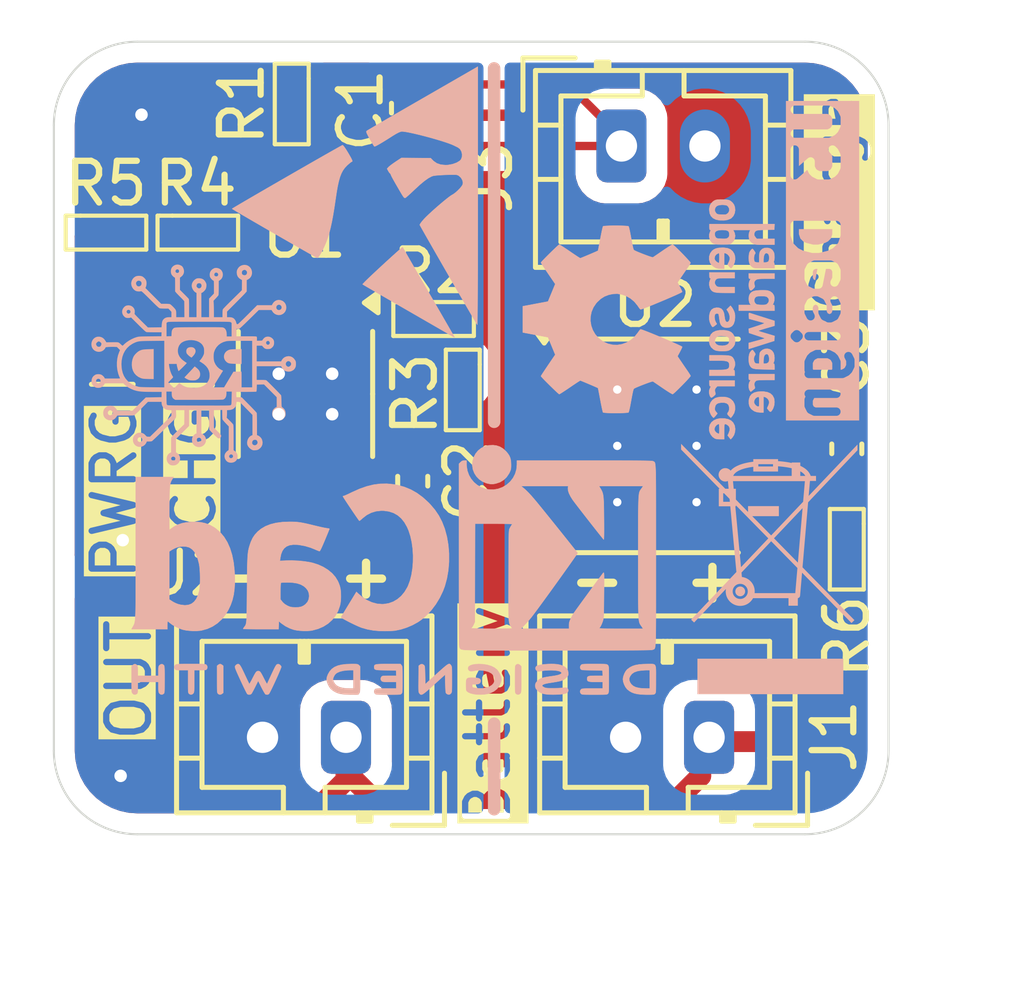
<source format=kicad_pcb>
(kicad_pcb (version 20241229) (generator "pcbnew") (generator_version "9.0")
  (title_block (title "U3 LiPo Charging Circuit") (date "2025-08-11") (rev "v1.0") (company "AIO") (comment 1 "This circuit is Design By Eng Mohamed Yousry"))
  (layers (0 "F.Cu" signal) (2 "B.Cu" signal) (13 "F.Paste" user) (15 "B.Paste" user) (5 "F.SilkS" user "F.Silkscreen") (7 "B.SilkS" user "B.Silkscreen") (1 "F.Mask" user) (3 "B.Mask" user) (25 "Edge.Cuts" user))
  (net 0 "")
  (net 1 "+5V")
  (net 2 "GNDD")
  (net 3 "+BATT")
  (net 4 "Net-(U2-VDD)")
  (net 5 "-BATT")
  (net 6 "Net-(D1-A)")
  (net 7 "Net-(D1-K)")
  (net 8 "Net-(D2-K)")
  (net 9 "Net-(D2-A)")
  (net 10 "Net-(U1-PRETERM)")
  (net 11 "Net-(U1-ISET)")
  (net 12 "Net-(U1-TS)")
  (footprint "PCM_Resistor_SMD_AKL:R_0201_0603Metric_Pad0.64x0.40mm_HandSolder" (layer "F.Cu") (at 89.5 53.667508 -90)
    (property "Reference" "R6" (at 2.0925 0 90) (layer "F.SilkS"))
    (property "Value" "1k")
    (pad "1" smd roundrect (at -0.4075 0 270) (size 0.635 0.4) (layers "F.Cu" "F.Mask") (net 4 "Net-(U2-VDD)"))
    (pad "2" smd roundrect (at 0.4075 0 270) (size 0.635 0.4) (layers "F.Cu" "F.Mask") (net 3 "+BATT"))
  )
  (footprint "PCM_Resistor_SMD_AKL:R_0201_0603Metric_Pad0.64x0.40mm_HandSolder" (layer "F.Cu") (at 76.2 42.9925 -90)
    (property "Reference" "R1" (at -0.0075 1.2 90) (layer "F.SilkS"))
    (property "Value" "1k")
    (pad "1" smd roundrect (at -0.4075 0 270) (size 0.635 0.4) (layers "F.Cu" "F.Mask") (net 10 "Net-(U1-PRETERM)"))
    (pad "2" smd roundrect (at 0.4075 0 270) (size 0.635 0.4) (layers "F.Cu" "F.Mask") (net 2 "GNDD"))
  )
  (footprint "Connector_JST:JST_PH_B2B-PH-K_1x02_P2.00mm_Vertical" (layer "F.Cu") (at 84.1 44)
    (property "Reference" "J3" (at -3.15 0.75 90) (layer "F.SilkS"))
    (property "Value" "Charger_conn")
    (pad "1" thru_hole roundrect (at 0 0) (size 1.2 1.75) (drill 0.75) (layers "*.Cu" "*.Mask") (roundrect_rratio 0.208333) (net 1 "+5V"))
    (pad "2" thru_hole oval (at 2 0) (size 1.2 1.75) (drill 0.75) (layers "*.Cu" "*.Mask") (net 2 "GNDD"))
  )
  (footprint "PCM_Resistor_SMD_AKL:R_0201_0603Metric_Pad0.64x0.40mm_HandSolder" (layer "F.Cu") (at 71.749408 46.077219)
    (property "Reference" "R5" (at 0 -1.177219 0) (layer "F.SilkS"))
    (property "Value" "1k5")
    (pad "1" smd roundrect (at -0.4075 0) (size 0.635 0.4) (layers "F.Cu" "F.Mask") (net 3 "+BATT"))
    (pad "2" smd roundrect (at 0.4075 0) (size 0.635 0.4) (layers "F.Cu" "F.Mask") (net 9 "Net-(D2-A)"))
  )
  (footprint "Package_SO:HVSSOP-10-1EP_3x3mm_P0.5mm_EP1.57x1.88mm_ThermalVias" (layer "F.Cu") (at 76.528867 49.945281 -90)
    (property "Reference" "U1" (at -3.795281 0.028867 0) (layer "F.SilkS"))
    (property "Value" "BQ24090DGQ")
    (pad "1" smd roundrect (at -2.15 -1 270) (size 1.45 0.3) (layers "F.Cu" "F.Mask" "F.Paste") (net 1 "+5V"))
    (pad "2" smd roundrect (at -2.15 -0.5 270) (size 1.45 0.3) (layers "F.Cu" "F.Mask" "F.Paste") (net 11 "Net-(U1-ISET)"))
    (pad "3" smd roundrect (at -2.15 0 270) (size 1.45 0.3) (layers "F.Cu" "F.Mask" "F.Paste") (net 2 "GNDD"))
    (pad "4" smd roundrect (at -2.15 0.5 270) (size 1.45 0.3) (layers "F.Cu" "F.Mask" "F.Paste") (net 10 "Net-(U1-PRETERM)"))
    (pad "5" smd roundrect (at -2.15 1 270) (size 1.45 0.3) (layers "F.Cu" "F.Mask" "F.Paste") (net 8 "Net-(D2-K)"))
    (pad "6" smd roundrect (at 2.15 1 270) (size 1.45 0.3) (layers "F.Cu" "F.Mask" "F.Paste"))
    (pad "7" smd roundrect (at 2.15 0.5 270) (size 1.45 0.3) (layers "F.Cu" "F.Mask" "F.Paste") (net 2 "GNDD"))
    (pad "8" smd roundrect (at 2.15 0 270) (size 1.45 0.3) (layers "F.Cu" "F.Mask" "F.Paste") (net 7 "Net-(D1-K)"))
    (pad "9" smd roundrect (at 2.15 -0.5 270) (size 1.45 0.3) (layers "F.Cu" "F.Mask" "F.Paste") (net 12 "Net-(U1-TS)"))
    (pad "10" smd roundrect (at 2.15 -1 270) (size 1.45 0.3) (layers "F.Cu" "F.Mask" "F.Paste") (net 3 "+BATT"))
    (pad "11" thru_hole circle (at -0.485 -0.64 270) (size 0.6 0.6) (drill 0.3) (property pad_prop_heatsink) (layers "*.Cu") (net 2 "GNDD"))
    (pad "11" thru_hole circle (at -0.485 0.64 270) (size 0.6 0.6) (drill 0.3) (property pad_prop_heatsink) (layers "*.Cu") (net 2 "GNDD"))
    (pad "11" smd rect (at 0 0 270) (size 1.57 1.88) (property pad_prop_heatsink) (layers "F.Cu" "F.Mask") (net 2 "GNDD"))
    (pad "11" smd rect (at 0 0 270) (size 1.57 1.88) (property pad_prop_heatsink) (layers "B.Cu") (net 2 "GNDD"))
    (pad "11" thru_hole circle (at 0.485 -0.64 270) (size 0.6 0.6) (drill 0.3) (property pad_prop_heatsink) (layers "*.Cu") (net 2 "GNDD"))
    (pad "11" thru_hole circle (at 0.485 0.64 270) (size 0.6 0.6) (drill 0.3) (property pad_prop_heatsink) (layers "*.Cu") (net 2 "GNDD"))
  )
  (footprint "SparkFun-LED:LED_0603_1608Metric_Green" (layer "F.Cu") (at 71.9 48.3125 90)
    (property "Reference" "D2")
    (property "Value" "Green")
    (pad "1" smd roundrect (at -0.7875 0 90) (size 0.875 0.95) (layers "F.Cu" "F.Mask" "F.Paste") (net 8 "Net-(D2-K)"))
    (pad "2" smd roundrect (at 0.7875 0 90) (size 0.875 0.95) (layers "F.Cu" "F.Mask" "F.Paste") (net 9 "Net-(D2-A)"))
  )
  (footprint "SparkFun-LED:LED_0603_1608Metric_Red" (layer "F.Cu") (at 73.8 48.335281 90)
    (property "Reference" "D1")
    (property "Value" "Red")
    (pad "1" smd roundrect (at -0.7875 0 90) (size 0.875 0.95) (layers "F.Cu" "F.Mask" "F.Paste") (net 7 "Net-(D1-K)"))
    (pad "2" smd roundrect (at 0.7875 0 90) (size 0.875 0.95) (layers "F.Cu" "F.Mask" "F.Paste") (net 6 "Net-(D1-A)"))
  )
  (footprint "PCM_Resistor_SMD_AKL:R_0201_0603Metric_Pad0.64x0.40mm_HandSolder" (layer "F.Cu") (at 79.598867 48.147781)
    (property "Reference" "R2" (at 0.001133 -1.147781 0) (layer "F.SilkS"))
    (property "Value" "536R")
    (pad "1" smd roundrect (at -0.4075 0) (size 0.635 0.4) (layers "F.Cu" "F.Mask") (net 11 "Net-(U1-ISET)"))
    (pad "2" smd roundrect (at 0.4075 0) (size 0.635 0.4) (layers "F.Cu" "F.Mask") (net 2 "GNDD"))
  )
  (footprint "PCM_Resistor_SMD_AKL:R_0201_0603Metric_Pad0.64x0.40mm_HandSolder" (layer "F.Cu") (at 80.298867 49.847781 -90)
    (property "Reference" "R3" (at 0.1 1.15 90) (layer "F.SilkS"))
    (property "Value" "10k")
    (pad "1" smd roundrect (at -0.4075 0 270) (size 0.635 0.4) (layers "F.Cu" "F.Mask") (net 12 "Net-(U1-TS)"))
    (pad "2" smd roundrect (at 0.4075 0 270) (size 0.635 0.4) (layers "F.Cu" "F.Mask") (net 2 "GNDD"))
  )
  (footprint "Capacitor_SMD:C_0402_1005Metric_Pad0.74x0.62mm_HandSolder" (layer "F.Cu") (at 79.098867 52.035281 90)
    (property "Reference" "C2" (at 0 1.3 90) (layer "F.SilkS"))
    (property "Value" "10uF")
    (pad "1" smd roundrect (at -0.5675 0 90) (size 0.735 0.62) (layers "F.Cu" "F.Mask" "F.Paste") (net 3 "+BATT"))
    (pad "2" smd roundrect (at 0.5675 0 90) (size 0.735 0.62) (layers "F.Cu" "F.Mask" "F.Paste") (net 2 "GNDD"))
  )
  (footprint "Connector_JST:JST_PH_B2B-PH-K_1x02_P2.00mm_Vertical" (layer "F.Cu") (at 77.5 58.175931 180)
    (property "Reference" "J2" (at 3.65 3.928999 0) (layer "F.SilkS"))
    (property "Value" "Battery_conn_out")
    (pad "1" thru_hole roundrect (at 0 0 180) (size 1.2 1.75) (drill 0.75) (layers "*.Cu" "*.Mask") (roundrect_rratio 0.208333) (net 3 "+BATT"))
    (pad "2" thru_hole oval (at 2 0 180) (size 1.2 1.75) (drill 0.75) (layers "*.Cu" "*.Mask") (net 2 "GNDD"))
  )
  (footprint "Capacitor_SMD:C_0402_1005Metric_Pad0.74x0.62mm_HandSolder" (layer "F.Cu") (at 78.95 43.0923 -90)
    (property "Reference" "C1" (at 0.05 1.1 90) (layer "F.SilkS"))
    (property "Value" "10uF")
    (pad "1" smd roundrect (at -0.5675 0 270) (size 0.735 0.62) (layers "F.Cu" "F.Mask" "F.Paste") (net 1 "+5V"))
    (pad "2" smd roundrect (at 0.5675 0 270) (size 0.735 0.62) (layers "F.Cu" "F.Mask" "F.Paste") (net 2 "GNDD"))
  )
  (footprint "Package_SO:HTSOP-8-1EP_3.9x4.9mm_P1.27mm_EP2.4x3.2mm_ThermalVias" (layer "F.Cu") (at 84.95 51.189007)
    (property "Reference" "U2" (at -0.05 -3.378999 0) (layer "F.SilkS"))
    (property "Value" "XB8089D")
    (pad "1" smd roundrect (at -2.65 -1.905) (size 1.6 0.6) (layers "F.Cu" "F.Mask" "F.Paste") (net 2 "GNDD"))
    (pad "2" smd roundrect (at -2.65 -0.635) (size 1.6 0.6) (layers "F.Cu" "F.Mask" "F.Paste") (net 2 "GNDD"))
    (pad "3" smd roundrect (at -2.65 0.635) (size 1.6 0.6) (layers "F.Cu" "F.Mask" "F.Paste") (net 2 "GNDD"))
    (pad "4" smd roundrect (at -2.65 1.905) (size 1.6 0.6) (layers "F.Cu" "F.Mask" "F.Paste") (net 2 "GNDD"))
    (pad "5" smd roundrect (at 2.65 1.905) (size 1.6 0.6) (layers "F.Cu" "F.Mask" "F.Paste") (net 5 "-BATT"))
    (pad "6" smd roundrect (at 2.65 0.635) (size 1.6 0.6) (layers "F.Cu" "F.Mask" "F.Paste") (net 4 "Net-(U2-VDD)"))
    (pad "7" smd roundrect (at 2.65 -0.635) (size 1.6 0.6) (layers "F.Cu" "F.Mask" "F.Paste") (net 5 "-BATT"))
    (pad "8" smd roundrect (at 2.65 -1.905) (size 1.6 0.6) (layers "F.Cu" "F.Mask" "F.Paste") (net 5 "-BATT"))
    (pad "9" thru_hole circle (at -0.95 -1.35) (size 0.5 0.5) (drill 0.2) (property pad_prop_heatsink) (layers "*.Cu") (net 5 "-BATT"))
    (pad "9" thru_hole circle (at -0.95 0) (size 0.5 0.5) (drill 0.2) (property pad_prop_heatsink) (layers "*.Cu") (net 5 "-BATT"))
    (pad "9" thru_hole circle (at -0.95 1.35) (size 0.5 0.5) (drill 0.2) (property pad_prop_heatsink) (layers "*.Cu") (net 5 "-BATT"))
    (pad "9" smd rect (at 0 0) (size 2.4 3.2) (property pad_prop_heatsink) (layers "F.Cu" "F.Mask") (net 5 "-BATT"))
    (pad "9" smd rect (at 0 0) (size 2.4 3.2) (property pad_prop_heatsink) (layers "B.Cu") (net 5 "-BATT"))
    (pad "9" thru_hole circle (at 0.95 -1.35) (size 0.5 0.5) (drill 0.2) (property pad_prop_heatsink) (layers "*.Cu") (net 5 "-BATT"))
    (pad "9" thru_hole circle (at 0.95 0) (size 0.5 0.5) (drill 0.2) (property pad_prop_heatsink) (layers "*.Cu") (net 5 "-BATT"))
    (pad "9" thru_hole circle (at 0.95 1.35) (size 0.5 0.5) (drill 0.2) (property pad_prop_heatsink) (layers "*.Cu") (net 5 "-BATT"))
  )
  (footprint "Connector_JST:JST_PH_B2B-PH-K_1x02_P2.00mm_Vertical" (layer "F.Cu") (at 86.2 58.175931 180)
    (property "Reference" "J1" (at -3 0.025931 270) (layer "F.SilkS"))
    (property "Value" "Battery_conn_in")
    (pad "1" thru_hole roundrect (at 0 0 180) (size 1.2 1.75) (drill 0.75) (layers "*.Cu" "*.Mask") (roundrect_rratio 0.208333) (net 3 "+BATT"))
    (pad "2" thru_hole oval (at 2 0 180) (size 1.2 1.75) (drill 0.75) (layers "*.Cu" "*.Mask") (net 5 "-BATT"))
  )
  (footprint "PCM_Resistor_SMD_AKL:R_0201_0603Metric_Pad0.64x0.40mm_HandSolder" (layer "F.Cu") (at 73.949408 46.077219)
    (property "Reference" "R4" (at -0.05 -1.177219 0) (layer "F.SilkS"))
    (property "Value" "1k5")
    (pad "1" smd roundrect (at -0.4075 0) (size 0.635 0.4) (layers "F.Cu" "F.Mask") (net 3 "+BATT"))
    (pad "2" smd roundrect (at 0.4075 0) (size 0.635 0.4) (layers "F.Cu" "F.Mask") (net 6 "Net-(D1-A)"))
  )
  (footprint "Capacitor_SMD:C_0402_1005Metric_Pad0.74x0.62mm_HandSolder" (layer "F.Cu") (at 89.5 51.260008 90)
    (property "Reference" "C3" (at 2.2 0 270) (layer "F.SilkS"))
    (property "Value" "10uF")
    (pad "1" smd roundrect (at -0.5675 0 90) (size 0.735 0.62) (layers "F.Cu" "F.Mask" "F.Paste") (net 4 "Net-(U2-VDD)"))
    (pad "2" smd roundrect (at 0.5675 0 90) (size 0.735 0.62) (layers "F.Cu" "F.Mask" "F.Paste") (net 5 "-BATT"))
  )
  (footprint "Symbol:KiCad-Logo2_5mm_SilkScreen" (layer "B.Cu") (at 78.65 54.15 180)
    (property "Reference" "REF**" (hide yes))
    (property "Value" "KiCad-Logo2_5mm_SilkScreen" (hide yes))
  )
  (footprint "LOGO" (layer "B.Cu") (at 73.795193 49.491638 180)
    (property "Reference" "G***" (hide yes))
    (property "Value" "LOGO" (hide yes))
  )
  (footprint "Symbol:WEEE-Logo_4.2x6mm_SilkScreen" (layer "B.Cu") (at 87.65 54.15 180)
    (property "Reference" "REF**" (hide yes))
    (property "Value" "WEEE-Logo_4.2x6mm_SilkScreen" (hide yes))
  )
  (footprint "Symbol:OSHW-Logo_5.7x6mm_SilkScreen" (layer "B.Cu") (at 84.75 48.15 -90)
    (property "Reference" "REF**" (hide yes))
    (property "Value" "OSHW-Logo_5.7x6mm_SilkScreen" (hide yes))
  )
  (footprint "Symbol:ESD-Logo_6.6x6mm_SilkScreen" (layer "B.Cu") (at 77.7 45.35 -90)
    (property "Reference" "REF**" (hide yes))
    (property "Value" "ESD-Logo_6.6x6mm_SilkScreen" (hide yes))
  )
  (gr_line (start 81.05 57.85) (end 81.050666 59.9) (stroke (width 0.3)) (layer "B.SilkS"))
  (gr_line (start 81.048606 42.139614) (end 81.049939 50.611458) (stroke (width 0.3)) (layer "B.SilkS"))
  (gr_arc (start 72.5 60.5) (mid 71.085786 59.914214) (end 70.5 58.5) (stroke (width 0.05)) (layer "Edge.Cuts"))
  (gr_line (start 90.5 43.5) (end 90.5 58.5) (stroke (width 0.05)) (layer "Edge.Cuts"))
  (gr_line (start 88.5 41.5) (end 72.5 41.5) (stroke (width 0.05)) (layer "Edge.Cuts"))
  (gr_arc (start 88.5 41.5) (mid 89.914214 42.085786) (end 90.5 43.5) (stroke (width 0.05)) (layer "Edge.Cuts"))
  (gr_line (start 88.5 60.5) (end 72.5 60.5) (stroke (width 0.05)) (layer "Edge.Cuts"))
  (gr_arc (start 70.5 43.5) (mid 71.085786 42.085786) (end 72.5 41.5) (stroke (width 0.05)) (layer "Edge.Cuts"))
  (gr_line (start 70.5 58.5) (end 70.5 43.5) (stroke (width 0.05)) (layer "Edge.Cuts"))
  (gr_arc (start 90.5 58.5) (mid 89.914214 59.914214) (end 88.5 60.5) (stroke (width 0.05)) (layer "Edge.Cuts"))
  (gr_text "CHG" (at 73.85 51.75 90) (layer "F.SilkS" knockout) (effects (font (size 1 1))))
  (gr_text "-  +" (at 84.9 54.4 0) (layer "F.SilkS") (effects (font (size 1 1) (thickness 0.2) (bold yes))))
  (gr_text "OUT" (at 72.3 56.800001 90) (layer "F.SilkS" knockout) (effects (font (size 1 1))))
  (gr_text "Charge" (at 89.2 45.35 90) (layer "F.SilkS" knockout) (effects (font (size 1 1))))
  (gr_text "-  +" (at 76.6 54.3 0) (layer "F.SilkS") (effects (font (size 1 1) (thickness 0.2) (bold yes))))
  (gr_text "PWRG" (at 71.95 52.297619 90) (layer "F.SilkS" knockout) (effects (font (size 1 1))))
  (gr_text "Battery" (at 80.9 57.65 90) (layer "F.SilkS" knockout) (effects (font (size 1 1))))
  (gr_text "U3 Design" (at 88.8 46.75 90) (layer "B.SilkS" knockout) (effects (font (size 1 1) (thickness 0.2) (bold yes)) (justify mirror)))
  (segment (start 84.1 43.8) (end 82.8248 42.5248) (width 0.2) (layer "F.Cu") (net 1))
  (segment (start 80.3 44) (end 84.1 44) (width 0.2) (layer "F.Cu") (net 1))
  (segment (start 77.528867 47.795281) (end 77.528867 46.771133) (width 0.2) (layer "F.Cu") (net 1))
  (segment (start 84.1 44) (end 84.1 43.8) (width 0.2) (layer "F.Cu") (net 1))
  (segment (start 77.528867 46.771133) (end 80.3 44) (width 0.2) (layer "F.Cu") (net 1))
  (segment (start 82.8248 42.5248) (end 78.95 42.5248) (width 0.2) (layer "F.Cu") (net 1))
  (segment (start 82.295993 50.55) (end 81.1 50.55) (width 0.2) (layer "F.Cu") (net 2))
  (segment (start 80.55 56) (end 82.3 54.25) (width 0.5) (layer "F.Cu") (net 2))
  (segment (start 75.5 58.175931) (end 75.5 56.75) (width 0.5) (layer "F.Cu") (net 2))
  (segment (start 81.1 50.55) (end 80.805281 50.255281) (width 0.2) (layer "F.Cu") (net 2))
  (segment (start 80.805281 50.255281) (end 80.298867 50.255281) (width 0.2) (layer "F.Cu") (net 2))
  (segment (start 76.2 43.4) (end 76.2 45.75) (width 0.2) (layer "F.Cu") (net 2))
  (segment (start 79.098867 51.455281) (end 80.298867 50.255281) (width 0.2) (layer "F.Cu") (net 2))
  (segment (start 80.006367 48.190281) (end 80.006367 48.147781) (width 0.2) (layer "F.Cu") (net 2))
  (segment (start 76.028867 52.095281) (end 76.028867 50.570281) (width 0.2) (layer "F.Cu") (net 2))
  (segment (start 82.3 54.25) (end 82.3 53.094007) (width 0.5) (layer "F.Cu") (net 2))
  (segment (start 81.163774 48.147781) (end 82.3 49.284007) (width 0.2) (layer "F.Cu") (net 2))
  (segment (start 79.098867 51.467781) (end 79.098867 51.455281) (width 0.2) (layer "F.Cu") (net 2))
  (segment (start 75.5 56.75) (end 76.25 56) (width 0.5) (layer "F.Cu") (net 2))
  (segment (start 78.3 43.4) (end 78.5598 43.6598) (width 0.2) (layer "F.Cu") (net 2))
  (segment (start 79.198867 48.697781) (end 79.498867 48.697781) (width 0.2) (layer "F.Cu") (net 2))
  (segment (start 76.25 56) (end 80.55 56) (width 0.5) (layer "F.Cu") (net 2))
  (segment (start 80.006367 48.147781) (end 81.163774 48.147781) (width 0.2) (layer "F.Cu") (net 2))
  (segment (start 77.168867 49.460281) (end 78.436367 49.460281) (width 0.2) (layer "F.Cu") (net 2))
  (segment (start 78.436367 49.460281) (end 79.198867 48.697781) (width 0.2) (layer "F.Cu") (net 2))
  (segment (start 79.498867 48.697781) (end 80.006367 48.190281) (width 0.2) (layer "F.Cu") (net 2))
  (segment (start 76.528867 47.795281) (end 76.528867 49.945281) (width 0.2) (layer "F.Cu") (net 2))
  (segment (start 82.3 53.094007) (end 82.3 49.284007) (width 0.5) (layer "F.Cu") (net 2))
  (segment (start 76.528867 46.078867) (end 76.528867 47.795281) (width 0.2) (layer "F.Cu") (net 2))
  (segment (start 76.528867 50.070281) (end 76.528867 49.945281) (width 0.2) (layer "F.Cu") (net 2))
  (segment (start 78.5598 43.6598) (end 78.95 43.6598) (width 0.2) (layer "F.Cu") (net 2))
  (segment (start 82.3 50.554007) (end 82.295993 50.55) (width 0.2) (layer "F.Cu") (net 2))
  (segment (start 76.028867 50.570281) (end 76.528867 50.070281) (width 0.2) (layer "F.Cu") (net 2))
  (segment (start 76.2 45.75) (end 76.528867 46.078867) (width 0.2) (layer "F.Cu") (net 2))
  (segment (start 76.2 43.4) (end 78.3 43.4) (width 0.2) (layer "F.Cu") (net 2))
  (via (at 72.6 43.25) (size 0.5) (drill 0.3) (layers "F.Cu" "B.Cu") (net 2))
  (via (at 72.1 59.1) (size 0.5) (drill 0.3) (layers "F.Cu" "B.Cu") (net 2))
  (via (at 72.15 53.45) (size 0.5) (drill 0.3) (layers "F.Cu" "B.Cu") (net 2))
  (segment (start 86 59.101931) (end 85.455999 59.645932) (width 0.5) (layer "F.Cu") (net 3))
  (segment (start 77.5 58.175931) (end 77.5 59.2) (width 0.5) (layer "F.Cu") (net 3))
  (segment (start 76.951 59.749) (end 74.499 59.749) (width 0.5) (layer "F.Cu") (net 3))
  (segment (start 75.05 55.05) (end 78 55.05) (width 0.5) (layer "F.Cu") (net 3))
  (segment (start 78.149 59.645932) (end 77.5 58.996932) (width 0.5) (layer "F.Cu") (net 3))
  (segment (start 86 58.375931) (end 86 59.101931) (width 0.5) (layer "F.Cu") (net 3))
  (segment (start 89.5 54.075008) (end 89.5 56.3) (width 0.5) (layer "F.Cu") (net 3))
  (segment (start 87.521001 58.278999) (end 86.303068 58.278999) (width 0.5) (layer "F.Cu") (net 3))
  (segment (start 71.1925 46.077219) (end 71.101 46.168719) (width 0.2) (layer "F.Cu") (net 3))
  (segment (start 71.341908 46.077219) (end 71.341908 45.8075) (width 0.2) (layer "F.Cu") (net 3))
  (segment (start 79.098867 52.602781) (end 78.036367 52.602781) (width 0.2) (layer "F.Cu") (net 3))
  (segment (start 73.75 56.35) (end 75.05 55.05) (width 0.5) (layer "F.Cu") (net 3))
  (segment (start 74.499 59.749) (end 73.75 59) (width 0.5) (layer "F.Cu") (net 3))
  (segment (start 73.199408 45.45) (end 73.541908 45.7925) (width 0.2) (layer "F.Cu") (net 3))
  (segment (start 71.101 46.168719) (end 71.101 53.801) (width 0.2) (layer "F.Cu") (net 3))
  (segment (start 89.5 56.3) (end 87.521001 58.278999) (width 0.5) (layer "F.Cu") (net 3))
  (segment (start 77.5 59.2) (end 76.951 59.749) (width 0.5) (layer "F.Cu") (net 3))
  (segment (start 85.455999 59.645932) (end 78.149 59.645932) (width 0.5) (layer "F.Cu") (net 3))
  (segment (start 71.699408 45.45) (end 73.199408 45.45) (width 0.2) (layer "F.Cu") (net 3))
  (segment (start 78 55.05) (end 79.098867 53.951133) (width 0.5) (layer "F.Cu") (net 3))
  (segment (start 71.101 53.801) (end 73.65 56.35) (width 0.2) (layer "F.Cu") (net 3))
  (segment (start 71.341908 45.8075) (end 71.699408 45.45) (width 0.2) (layer "F.Cu") (net 3))
  (segment (start 78.036367 52.602781) (end 77.528867 52.095281) (width 0.2) (layer "F.Cu") (net 3))
  (segment (start 77.5 58.996932) (end 77.5 58.175931) (width 0.5) (layer "F.Cu") (net 3))
  (segment (start 79.098867 53.951133) (end 79.098867 52.602781) (width 0.5) (layer "F.Cu") (net 3))
  (segment (start 73.65 56.35) (end 73.75 56.35) (width 0.2) (layer "F.Cu") (net 3))
  (segment (start 73.75 59) (end 73.75 56.35) (width 0.5) (layer "F.Cu") (net 3))
  (segment (start 71.341908 46.077219) (end 71.1925 46.077219) (width 0.2) (layer "F.Cu") (net 3))
  (segment (start 73.541908 45.7925) (end 73.541908 46.077219) (width 0.2) (layer "F.Cu") (net 3))
  (segment (start 86.2 58.175931) (end 86 58.375931) (width 0.5) (layer "F.Cu") (net 3))
  (segment (start 86.303068 58.278999) (end 86.2 58.175931) (width 0.5) (layer "F.Cu") (net 3))
  (segment (start 89.5 51.827508) (end 89.496499 51.824007) (width 0.5) (layer "F.Cu") (net 4))
  (segment (start 89.496499 51.824007) (end 87.6 51.824007) (width 0.5) (layer "F.Cu") (net 4))
  (segment (start 89.5 53.260008) (end 89.5 51.827508) (width 0.2) (layer "F.Cu") (net 4))
  (segment (start 87.6 53.094007) (end 86.455 53.094007) (width 0.5) (layer "F.Cu") (net 5))
  (segment (start 87.6 49.284007) (end 86.455 49.284007) (width 0.5) (layer "F.Cu") (net 5))
  (segment (start 84.2 58.175931) (end 84 57.975931) (width 0.5) (layer "F.Cu") (net 5))
  (segment (start 87.6 50.554007) (end 85.585 50.554007) (width 0.5) (layer "F.Cu") (net 5))
  (segment (start 89.361499 50.554007) (end 89.5 50.692508) (width 0.5) (layer "F.Cu") (net 5))
  (segment (start 84.95 53.4) (end 84.95 51.189007) (width 0.5) (layer "F.Cu") (net 5))
  (segment (start 84 54.35) (end 84.95 53.4) (width 0.5) (layer "F.Cu") (net 5))
  (segment (start 84 57.975931) (end 84 54.35) (width 0.5) (layer "F.Cu") (net 5))
  (segment (start 87.6 50.554007) (end 89.361499 50.554007) (width 0.5) (layer "F.Cu") (net 5))
  (segment (start 86.455 53.094007) (end 85.9 52.539007) (width 0.5) (layer "F.Cu") (net 5))
  (segment (start 86.455 49.284007) (end 85.9 49.839007) (width 0.5) (layer "F.Cu") (net 5))
  (segment (start 85.585 50.554007) (end 84.95 51.189007) (width 0.5) (layer "F.Cu") (net 5))
  (segment (start 74.2075 46.4925) (end 74.2075 46.226627) (width 0.2) (layer "F.Cu") (net 6))
  (segment (start 74.2075 46.226627) (end 74.356908 46.077219) (width 0.2) (layer "F.Cu") (net 6))
  (segment (start 73.8 46.9) (end 74.2075 46.4925) (width 0.2) (layer "F.Cu") (net 6))
  (segment (start 73.8 47.547781) (end 73.8 46.9) (width 0.2) (layer "F.Cu") (net 6))
  (segment (start 76.3 53.35) (end 76.528867 53.121133) (width 0.2) (layer "F.Cu") (net 7))
  (segment (start 76.528867 53.121133) (end 76.528867 52.095281) (width 0.2) (layer "F.Cu") (net 7))
  (segment (start 73.8 52.15) (end 75 53.35) (width 0.2) (layer "F.Cu") (net 7))
  (segment (start 73.8 49.122781) (end 73.8 52.15) (width 0.2) (layer "F.Cu") (net 7))
  (segment (start 75 53.35) (end 76.3 53.35) (width 0.2) (layer "F.Cu") (net 7))
  (segment (start 71.9 48.8) (end 72.433719 48.266281) (width 0.2) (layer "F.Cu") (net 8))
  (segment (start 71.9 49.1) (end 71.9 48.8) (width 0.2) (layer "F.Cu") (net 8))
  (segment (start 74.583719 48.266281) (end 75.054719 47.795281) (width 0.2) (layer "F.Cu") (net 8))
  (segment (start 75.054719 47.795281) (end 75.528867 47.795281) (width 0.2) (layer "F.Cu") (net 8))
  (segment (start 72.433719 48.266281) (end 74.583719 48.266281) (width 0.2) (layer "F.Cu") (net 8))
  (segment (start 72.156908 46.593092) (end 72.156908 46.077219) (width 0.2) (layer "F.Cu") (net 9))
  (segment (start 71.9 46.85) (end 72.156908 46.593092) (width 0.2) (layer "F.Cu") (net 9))
  (segment (start 71.9 47.525) (end 71.9 46.85) (width 0.2) (layer "F.Cu") (net 9))
  (segment (start 75.6 42.985001) (end 75.6 45.8) (width 0.2) (layer "F.Cu") (net 10))
  (segment (start 76.2 42.585) (end 76.000001 42.585) (width 0.2) (layer "F.Cu") (net 10))
  (segment (start 75.6 45.8) (end 76.028867 46.228867) (width 0.2) (layer "F.Cu") (net 10))
  (segment (start 76.028867 46.228867) (end 76.028867 47.795281) (width 0.2) (layer "F.Cu") (net 10))
  (segment (start 76.000001 42.585) (end 75.6 42.985001) (width 0.2) (layer "F.Cu") (net 10))
  (segment (start 77.028867 48.665281) (end 77.028867 47.795281) (width 0.2) (layer "F.Cu") (net 11))
  (segment (start 78.928867 48.197781) (end 78.305367 48.821281) (width 0.2) (layer "F.Cu") (net 11))
  (segment (start 79.191367 48.147781) (end 79.141367 48.197781) (width 0.2) (layer "F.Cu") (net 11))
  (segment (start 78.305367 48.821281) (end 77.184867 48.821281) (width 0.2) (layer "F.Cu") (net 11))
  (segment (start 77.184867 48.821281) (end 77.028867 48.665281) (width 0.2) (layer "F.Cu") (net 11))
  (segment (start 79.141367 48.197781) (end 78.928867 48.197781) (width 0.2) (layer "F.Cu") (net 11))
  (segment (start 79.764093 49.440281) (end 78.135093 51.069281) (width 0.2) (layer "F.Cu") (net 12))
  (segment (start 80.298867 49.440281) (end 79.764093 49.440281) (width 0.2) (layer "F.Cu") (net 12))
  (segment (start 78.135093 51.069281) (end 77.296043 51.069281) (width 0.2) (layer "F.Cu") (net 12))
  (segment (start 77.028867 51.336457) (end 77.028867 52.095281) (width 0.2) (layer "F.Cu") (net 12))
  (segment (start 77.296043 51.069281) (end 77.028867 51.336457) (width 0.2) (layer "F.Cu") (net 12))
  (zone (net 2) (net_name "GNDD") (layer "F.Cu") (connect_pads yes (clearance 0.5)) (min_thickness 0.25) (fill yes (thermal_gap 0.5) (thermal_bridge_width 0.5))
    (polygon (pts (xy 69.209549 41) (xy 91.2 41) (xy 91.2 61.3) (xy 69.338849 61.3)))
  )
  (zone (net 2) (net_name "GNDD") (layer "B.Cu") (priority 1) (connect_pads yes (clearance 0.5)) (min_thickness 0.25) (fill yes (thermal_gap 0.5) (thermal_bridge_width 0.5))
    (polygon (pts (xy 70 40.5) (xy 80.9 40.5) (xy 80.9 61.3) (xy 70 61.3)))
  )
  (zone (net 5) (net_name "-BATT") (layer "B.Cu") (priority 1) (connect_pads yes (clearance 0.5)) (min_thickness 0.25) (fill yes (thermal_gap 0.5) (thermal_bridge_width 0.5))
    (polygon (pts (xy 81.3 40.5) (xy 91.2 40.5) (xy 91.2 61.3) (xy 81.3 61.3)))
  )
)
</source>
